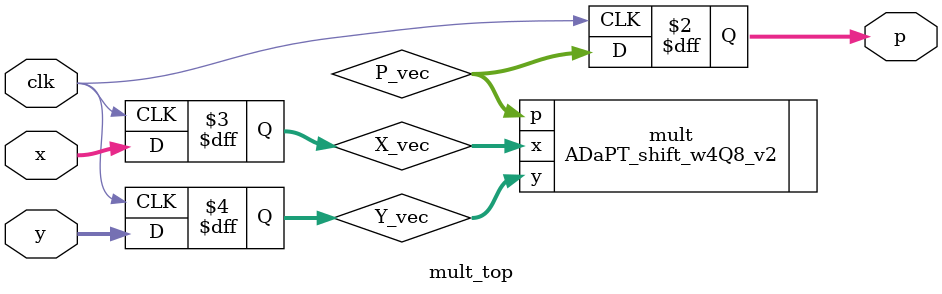
<source format=v>
module mult_top(
    // Clock and reset
    input clk,
    // Input X has a form x_i%d where %d denotes the bit number
    input  [15:0] x,
    // Input Y has a form y_i%d where %d denotes the bit number
    input  [15:0] y,
    // Output P has a form p_out%d where %d denotes the bit number
    output reg [31:0] p
    );

    reg [15:0] X_vec;
    reg [15:0] Y_vec;
    // Now we have X_vec and Y_vec signal
    // Then we do processing with these signals and store the
    // intermidiate result in P_vec
    // For example purposes X_vec and Y_vec are concanated and stored in P_vec
    wire [31:0] P_vec;

        ADaPT_shift_w4Q8_v2 mult(.x(X_vec),.y(Y_vec),.p(P_vec));


    always @(posedge clk)
    begin
        X_vec = x;
        Y_vec = y;
        p = P_vec;
    end

endmodule
</source>
